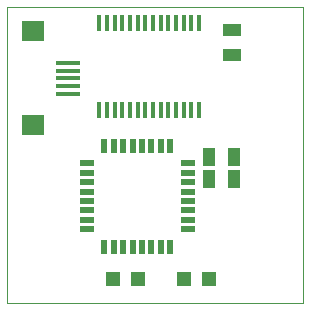
<source format=gtp>
G75*
G70*
%OFA0B0*%
%FSLAX24Y24*%
%IPPOS*%
%LPD*%
%AMOC8*
5,1,8,0,0,1.08239X$1,22.5*
%
%ADD10C,0.0000*%
%ADD11R,0.0500X0.0220*%
%ADD12R,0.0220X0.0500*%
%ADD13R,0.0472X0.0472*%
%ADD14R,0.0433X0.0591*%
%ADD15R,0.0591X0.0433*%
%ADD16R,0.0137X0.0550*%
%ADD17R,0.0787X0.0157*%
%ADD18R,0.0748X0.0709*%
D10*
X000363Y000479D02*
X000363Y010322D01*
X010205Y010322D01*
X010205Y000479D01*
X000363Y000479D01*
D11*
X003003Y002920D03*
X003003Y003235D03*
X003003Y003550D03*
X003003Y003865D03*
X003003Y004180D03*
X003003Y004495D03*
X003003Y004810D03*
X003003Y005125D03*
X006383Y005125D03*
X006383Y004810D03*
X006383Y004495D03*
X006383Y004180D03*
X006383Y003865D03*
X006383Y003550D03*
X006383Y003235D03*
X006383Y002920D03*
D12*
X005796Y002333D03*
X005481Y002333D03*
X005166Y002333D03*
X004851Y002333D03*
X004536Y002333D03*
X004221Y002333D03*
X003906Y002333D03*
X003591Y002333D03*
X003591Y005713D03*
X003906Y005713D03*
X004221Y005713D03*
X004536Y005713D03*
X004851Y005713D03*
X005166Y005713D03*
X005481Y005713D03*
X005796Y005713D03*
D13*
X006249Y001267D03*
X007075Y001267D03*
X004713Y001267D03*
X003886Y001267D03*
D14*
X007075Y004613D03*
X007902Y004613D03*
X007902Y005322D03*
X007075Y005322D03*
D15*
X007843Y008727D03*
X007843Y009554D03*
D16*
X006751Y009793D03*
X006495Y009793D03*
X006239Y009793D03*
X005983Y009793D03*
X005727Y009793D03*
X005471Y009793D03*
X005215Y009793D03*
X004959Y009793D03*
X004703Y009793D03*
X004447Y009793D03*
X004191Y009793D03*
X003936Y009793D03*
X003680Y009793D03*
X003424Y009793D03*
X003424Y006914D03*
X003680Y006914D03*
X003936Y006914D03*
X004191Y006914D03*
X004447Y006914D03*
X004703Y006914D03*
X004959Y006914D03*
X005215Y006914D03*
X005471Y006914D03*
X005727Y006914D03*
X005983Y006914D03*
X006239Y006914D03*
X006495Y006914D03*
X006751Y006914D03*
D17*
X002371Y007448D03*
X002371Y007704D03*
X002371Y007960D03*
X002371Y008215D03*
X002371Y008471D03*
D18*
X001209Y009534D03*
X001209Y006385D03*
M02*

</source>
